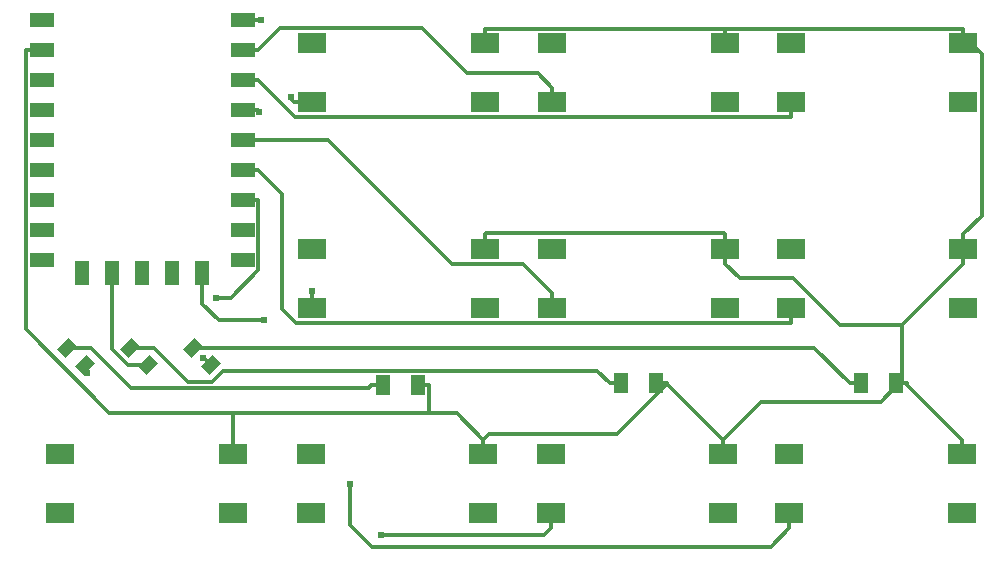
<source format=gtl>
G04 Layer: TopLayer*
G04 EasyEDA v6.5.47, 2024-11-03 14:34:40*
G04 684bee94884246f2b67ba1c568fef4cc,02b1cd47abf14eeea88f237cf3128960,10*
G04 Gerber Generator version 0.2*
G04 Scale: 100 percent, Rotated: No, Reflected: No *
G04 Dimensions in millimeters *
G04 leading zeros omitted , absolute positions ,4 integer and 5 decimal *
%FSLAX45Y45*%
%MOMM*%

%AMMACRO1*21,1,$1,$2,0,0,$3*%
%ADD10C,0.3000*%
%ADD11MACRO1,1X1.3995X-44.9990*%
%ADD12MACRO1,1X1.3995X134.9990*%
%ADD13R,2.4000X1.8000*%
%ADD14R,2.0000X1.2000*%
%ADD15R,1.2000X2.0000*%
%ADD16MACRO1,1.701X1.2075X90.0000*%
%ADD17C,0.6100*%
%ADD18C,0.0113*%

%LPD*%
D10*
X1500631Y15542768D02*
G01*
X1703831Y15542768D01*
X2042668Y15203931D01*
X4051300Y15203931D01*
X4074668Y15227300D01*
X7613904Y14013942D02*
G01*
X7455661Y13855700D01*
X4076700Y13855700D01*
X3894074Y14038326D01*
X3894074Y14387829D01*
X1447800Y14185900D02*
G01*
X1441704Y14191995D01*
X3162300Y15773400D02*
G01*
X2781300Y15773400D01*
X2641600Y15913100D01*
X2641600Y16041116D01*
X2641602Y16176096D02*
G01*
X2641602Y16041044D01*
X7613906Y14139067D02*
G01*
X7613906Y14014023D01*
X2984500Y16294100D02*
G01*
X2984500Y16286032D01*
X2983583Y16285113D01*
X5594611Y14014046D02*
G01*
X5537862Y13957300D01*
X4152900Y13957300D01*
X5594606Y14139118D02*
G01*
X5594606Y14014048D01*
X2921000Y16535400D02*
G01*
X2979892Y16535400D01*
X2983583Y16539090D01*
X3118645Y16793090D02*
G01*
X3118843Y16792884D01*
X3118843Y16200808D01*
X2881932Y15963900D01*
X2755900Y15963900D01*
X2983588Y16793088D02*
G01*
X3118639Y16793088D01*
X3118639Y17047088D02*
G01*
X3318614Y16847113D01*
X3318614Y15870636D01*
X3438908Y15750341D01*
X7622999Y15750341D01*
X7626606Y15753948D01*
X2983588Y17047088D02*
G01*
X3118639Y17047088D01*
X7626606Y15879018D02*
G01*
X7626606Y15753948D01*
X2983588Y17301088D02*
G01*
X3708808Y17301088D01*
X4756076Y16253820D01*
X5357548Y16253820D01*
X5607306Y16004062D01*
X5607306Y15879018D02*
G01*
X5607306Y16004062D01*
X3575331Y16019835D02*
G01*
X3575331Y15879043D01*
X2983588Y17555088D02*
G01*
X3118639Y17555088D01*
X3118645Y17555090D02*
G01*
X3124200Y17549533D01*
X3124200Y17538700D01*
X2983588Y17809088D02*
G01*
X3118639Y17809088D01*
X7626581Y17618918D02*
G01*
X7626581Y17493848D01*
X3118639Y17809088D02*
G01*
X3118639Y17806141D01*
X3431085Y17493696D01*
X7626428Y17493696D01*
X7626581Y17493848D01*
X3118639Y18063088D02*
G01*
X3304466Y18248914D01*
X4500806Y18248914D01*
X4880841Y17868879D01*
X5482338Y17868879D01*
X5607306Y17743911D01*
X2983588Y18063088D02*
G01*
X3118639Y18063088D01*
X5607306Y17618867D02*
G01*
X5607306Y17743911D01*
X8612609Y15240005D02*
G01*
X8612609Y15225425D01*
X9073898Y14764136D01*
X9073898Y14639066D02*
G01*
X9073898Y14764136D01*
X6485181Y15240005D02*
G01*
X6580609Y15240005D01*
X7054598Y14639091D02*
G01*
X7054598Y14764161D01*
X4465881Y15227305D02*
G01*
X4561309Y15227305D01*
X5022598Y14639066D02*
G01*
X5022598Y14764136D01*
X5035298Y18118866D02*
G01*
X5035298Y18243910D01*
X8564907Y15240005D02*
G01*
X8612609Y15240005D01*
X9086598Y16378991D02*
G01*
X9086598Y16253947D01*
X6580609Y15238150D02*
G01*
X6154270Y14811811D01*
X5070274Y14811811D01*
X5022598Y14764136D01*
X6580609Y15240005D02*
G01*
X6580609Y15238150D01*
X2901698Y14639066D02*
G01*
X2901698Y14764136D01*
X4561309Y15227305D02*
G01*
X4561309Y14990856D01*
X5022598Y14764136D02*
G01*
X4795878Y14990856D01*
X4561309Y14990856D01*
X6580609Y15238150D02*
G01*
X7054598Y14764161D01*
X8517181Y15240005D02*
G01*
X8541057Y15240005D01*
X8541057Y15240005D02*
G01*
X8564907Y15240005D01*
X8541057Y15240005D02*
G01*
X8386650Y15085598D01*
X7376035Y15085598D01*
X7054598Y14764161D01*
X8564907Y15240005D02*
G01*
X8564907Y15734111D01*
X7067298Y16253947D02*
G01*
X7192241Y16129005D01*
X7644386Y16129005D01*
X8039280Y15734111D01*
X8564907Y15734111D01*
X8564907Y15734111D02*
G01*
X8566762Y15734111D01*
X9086598Y16253947D01*
X5035323Y16504086D02*
G01*
X5045966Y16514729D01*
X7056630Y16514729D01*
X7067298Y16504061D01*
X5035323Y16379042D02*
G01*
X5035323Y16504086D01*
X7067298Y16378991D02*
G01*
X7067298Y16504061D01*
X7067298Y16378991D02*
G01*
X7067298Y16253947D01*
X9086573Y18243961D02*
G01*
X9086446Y18244088D01*
X7067476Y18244088D01*
X7067298Y18243910D01*
X7067298Y18118866D02*
G01*
X7067298Y18231439D01*
X7067298Y18231439D02*
G01*
X7067298Y18243910D01*
X7067298Y18243910D02*
G01*
X7067171Y18244037D01*
X5035425Y18244037D01*
X5035298Y18243910D01*
X9086573Y18118891D02*
G01*
X9086573Y18181426D01*
X9086573Y18181426D02*
G01*
X9086573Y18243961D01*
X9086573Y18181426D02*
G01*
X9241767Y18026232D01*
X9241767Y16659230D01*
X9086598Y16504061D01*
X9086598Y16378991D02*
G01*
X9086598Y16504061D01*
X2901698Y14990856D02*
G01*
X2901698Y14764136D01*
X4561309Y14990856D02*
G01*
X2901698Y14990856D01*
X2901698Y14990856D02*
G01*
X1853999Y14990856D01*
X1148412Y15696443D01*
X1148412Y18062961D01*
X1148539Y18063088D01*
X1283591Y18063088D02*
G01*
X1148539Y18063088D01*
X3390900Y17665700D02*
G01*
X3390900Y17648212D01*
X3420244Y17618867D01*
X3575306Y17618867D02*
G01*
X3420239Y17618867D01*
X2983588Y18317088D02*
G01*
X3136267Y18317088D01*
X2715869Y15394330D02*
G01*
X2655006Y15455193D01*
X2647467Y15455193D01*
X8125990Y15240005D02*
G01*
X7823126Y15542869D01*
X2567330Y15542869D01*
X8221423Y15240005D02*
G01*
X8125995Y15240005D01*
X2182599Y15394208D02*
G01*
X2016305Y15394208D01*
X1879602Y15530911D01*
X1879602Y16176096D01*
X6093995Y15240005D02*
G01*
X5986477Y15347523D01*
X2816049Y15347523D01*
X2722755Y15254229D01*
X2520774Y15254229D01*
X2232256Y15542747D01*
X2034059Y15542747D01*
X6189423Y15240005D02*
G01*
X6093995Y15240005D01*
X1663700Y15328900D02*
G01*
X1663700Y15379700D01*
X1649069Y15394330D01*
X2133600Y16176096D02*
G01*
X2133600Y16103600D01*
X4170123Y15227305D02*
G01*
X4074695Y15227305D01*
D11*
G01*
X1500532Y15542865D03*
D12*
G01*
X1649065Y15394332D03*
D11*
G01*
X2034059Y15542738D03*
D12*
G01*
X2182592Y15394205D03*
D11*
G01*
X2567332Y15542865D03*
D12*
G01*
X2715865Y15394332D03*
D13*
G01*
X5035295Y17618862D03*
G01*
X3575304Y17618862D03*
G01*
X5035295Y18118861D03*
G01*
X3575304Y18118861D03*
G01*
X7067295Y17618862D03*
G01*
X5607304Y17618862D03*
G01*
X7067295Y18118861D03*
G01*
X5607304Y18118861D03*
G01*
X9086570Y17618913D03*
G01*
X7626578Y17618913D03*
G01*
X9086570Y18118886D03*
G01*
X7626578Y18118886D03*
G01*
X5035321Y15879038D03*
G01*
X3575329Y15879038D03*
G01*
X5035321Y16379037D03*
G01*
X3575329Y16379037D03*
G01*
X7067295Y15879013D03*
G01*
X5607304Y15879013D03*
G01*
X7067295Y16378986D03*
G01*
X5607304Y16378986D03*
G01*
X9086595Y15879013D03*
G01*
X7626604Y15879013D03*
G01*
X9086595Y16378986D03*
G01*
X7626604Y16378986D03*
G01*
X2901695Y14139062D03*
G01*
X1441704Y14139062D03*
G01*
X2901695Y14639061D03*
G01*
X1441704Y14639061D03*
G01*
X5022595Y14139062D03*
G01*
X3562604Y14139062D03*
G01*
X5022595Y14639061D03*
G01*
X3562604Y14639061D03*
G01*
X7054595Y14139113D03*
G01*
X5594604Y14139113D03*
G01*
X7054595Y14639086D03*
G01*
X5594604Y14639086D03*
G01*
X9073895Y14139062D03*
G01*
X7613904Y14139062D03*
G01*
X9073895Y14639061D03*
G01*
X7613904Y14639061D03*
D14*
G01*
X2983585Y18317083D03*
G01*
X2983585Y18063083D03*
G01*
X2983585Y17809083D03*
G01*
X2983585Y17555083D03*
G01*
X2983585Y17301083D03*
G01*
X2983585Y17047083D03*
G01*
X2983585Y16793083D03*
G01*
X2983585Y16539082D03*
G01*
X2983585Y16285108D03*
D15*
G01*
X2641600Y16176091D03*
G01*
X2387600Y16176091D03*
G01*
X2133600Y16176091D03*
G01*
X1879600Y16176091D03*
G01*
X1625600Y16176091D03*
D14*
G01*
X1283588Y16285108D03*
G01*
X1283588Y16539108D03*
G01*
X1283588Y16793108D03*
G01*
X1283588Y17047108D03*
G01*
X1283588Y17301108D03*
G01*
X1283588Y17555108D03*
G01*
X1283588Y17809083D03*
G01*
X1283588Y18063083D03*
G01*
X1283588Y18317083D03*
D16*
G01*
X4465876Y15227300D03*
G01*
X4170123Y15227300D03*
G01*
X6485176Y15240000D03*
G01*
X6189423Y15240000D03*
G01*
X8517176Y15240000D03*
G01*
X8221423Y15240000D03*
D17*
G01*
X1663700Y15328900D03*
G01*
X2133600Y16103600D03*
G01*
X1625600Y16116300D03*
G01*
X2647469Y15455193D03*
G01*
X3390900Y17665700D03*
G01*
X3136267Y18317088D03*
G01*
X3575331Y16019835D03*
G01*
X3124200Y17538700D03*
G01*
X1447800Y14185900D03*
G01*
X2755900Y15963900D03*
G01*
X2921000Y16535400D03*
G01*
X3568700Y14160500D03*
G01*
X2984500Y16294100D03*
G01*
X4152900Y13957300D03*
G01*
X3162300Y15773400D03*
G01*
X3894000Y14387936D03*
M02*

</source>
